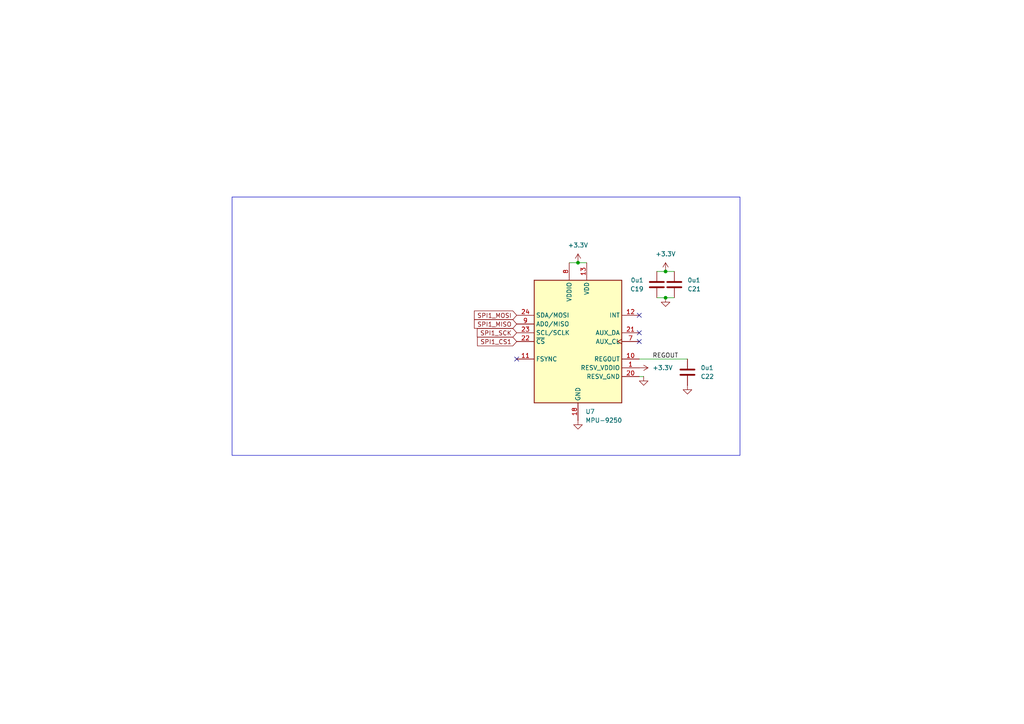
<source format=kicad_sch>
(kicad_sch (version 20250114) (generator "eeschema") (generator_version "9.0")
  (paper "A4")
  (lib_symbols
    (symbol "Device:C" (pin_numbers (hide yes)) (pin_names (offset 0.254))
      (property "Reference" "C" (at 0.635 2.54 0))
      (property "Value" "C" (at 0.635 -2.54 0))
      (symbol "C_0_1"
        (polyline (pts (xy -2.032 0.762) (xy 2.032 0.762)) (stroke (width 0.508)))
        (polyline (pts (xy -2.032 -0.762) (xy 2.032 -0.762)) (stroke (width 0.508)))
      )
      (symbol "C_1_1"
        (pin passive line (at 0 3.81 270) (length 2.794) (name "~") (number "1"))
        (pin passive line (at 0 -3.81 90) (length 2.794) (name "~") (number "2"))
      )
    )
    (symbol "Sensor_Motion:MPU-9250"
      (property "Reference" "U" (at -11.43 19.05 0))
      (property "Value" "MPU-9250" (at 7.62 -19.05 0))
      (symbol "MPU-9250_0_1"
        (rectangle (start -12.7 17.78) (end 12.7 -17.78) (stroke (width 0.254)) (fill (type background)))
      )
      (symbol "MPU-9250_1_1"
        (pin bidirectional line (at -17.78 7.62 0) (length 5.08) (name "SDA/MOSI") (number "24"))
        (pin bidirectional line (at -17.78 5.08 0) (length 5.08) (name "AD0/MISO") (number "9"))
        (pin input line (at -17.78 2.54 0) (length 5.08) (name "SCL/SCLK") (number "23"))
        (pin input line (at -17.78 0 0) (length 5.08) (name "~{CS}") (number "22"))
        (pin input line (at -17.78 -5.08 0) (length 5.08) (name "FSYNC") (number "11"))
        (pin power_in line (at -2.54 22.86 270) (length 5.08) (name "VDDIO") (number "8"))
        (pin power_in line (at 0 -22.86 90) (length 5.08) (name "GND") (number "18"))
        (pin power_in line (at 2.54 22.86 270) (length 5.08) (name "VDD") (number "13"))
        (pin output line (at 17.78 7.62 180) (length 5.08) (name "INT") (number "12"))
        (pin bidirectional line (at 17.78 2.54 180) (length 5.08) (name "AUX_DA") (number "21"))
        (pin output clock (at 17.78 0 180) (length 5.08) (name "AUX_CL") (number "7"))
        (pin passive line (at 17.78 -5.08 180) (length 5.08) (name "REGOUT") (number "10"))
        (pin input line (at 17.78 -7.62 180) (length 5.08) (name "RESV_VDDIO") (number "1"))
        (pin power_in line (at 17.78 -10.16 180) (length 5.08) (name "RESV_GND") (number "20"))
      )
    )
    (symbol "power:+3.3V" (power) (pin_numbers (hide yes)) (pin_names (offset 0) (hide yes))
      (property "Value" "+3.3V" (at 0 3.556 0))
      (symbol "+3.3V_0_1"
        (polyline (pts (xy -0.762 1.27) (xy 0 2.54)))
        (polyline (pts (xy 0 2.54) (xy 0.762 1.27)))
        (polyline (pts (xy 0 0) (xy 0 2.54)))
      )
      (symbol "+3.3V_1_1"
        (pin power_in line (at 0 0 90) (length 0) (name "~") (number "1"))
      )
    )
    (symbol "power:GND" (power) (pin_numbers (hide yes)) (pin_names (offset 0) (hide yes))
      (property "Value" "GND" (at 0 -3.81 0))
      (symbol "GND_0_1"
        (polyline (pts (xy 0 0) (xy 0 -1.27) (xy 1.27 -1.27) (xy 0 -2.54) (xy -1.27 -1.27) (xy 0 -1.27)))
      )
      (symbol "GND_1_1"
        (pin power_in line (at 0 0 270) (length 0) (name "~") (number "1"))
      )
    )
  )
  (rectangle (start 67.31 57.15) (end 214.63 132.08))
  (junction (at 167.64 76.2))
  (junction (at 193.04 78.74))
  (junction (at 193.04 86.36))
  (no_connect (at 149.86 104.14))
  (no_connect (at 185.42 96.52))
  (no_connect (at 185.42 99.06))
  (no_connect (at 185.42 91.44))
  (wire (pts (xy 190.5 86.36) (xy 193.04 86.36)))
  (wire (pts (xy 190.5 78.74) (xy 193.04 78.74)))
  (wire (pts (xy 185.42 104.14) (xy 199.39 104.14)))
  (wire (pts (xy 165.1 76.2) (xy 167.64 76.2)))
  (wire (pts (xy 186.69 109.22) (xy 185.42 109.22)))
  (wire (pts (xy 193.04 78.74) (xy 195.58 78.74)))
  (wire (pts (xy 193.04 86.36) (xy 195.58 86.36)))
  (wire (pts (xy 167.64 76.2) (xy 170.18 76.2)))
  (label "REGOUT" (at 189.23 104.14 0))
  (global_label "SPI1_MISO" (shape input) (at 149.86 93.98 180) (property "Intersheetrefs" "${INTERSHEET_REFS}" (effects (hide yes))))
  (global_label "SPI1_SCK" (shape input) (at 149.86 96.52 180) (property "Intersheetrefs" "${INTERSHEET_REFS}" (effects (hide yes))))
  (global_label "SPI1_MOSI" (shape input) (at 149.86 91.44 180) (property "Intersheetrefs" "${INTERSHEET_REFS}" (effects (hide yes))))
  (global_label "SPI1_CS1" (shape input) (at 149.86 99.06 180) (property "Intersheetrefs" "${INTERSHEET_REFS}" (effects (hide yes))))
  (symbol (lib_id "Device:C") (at 195.58 82.55 0) (mirror x) (unit 1)
    (property "Reference" "C21" (at 199.39 83.8201 0) (effects (justify left)))
    (property "Value" "0u1" (at 199.39 81.2801 0) (effects (justify left)))
    (property "Footprint" "Capacitor_SMD:C_0402_1005Metric" (effects (hide yes)))
    (property "Description" "Unpolarized capacitor" (effects (hide yes)))
  )
  (symbol (lib_id "power:+3.3V") (at 167.64 76.2 0) (unit 1)
    (property "Reference" "#PWR029" (effects (hide yes)))
    (property "Value" "+3.3V" (at 167.64 71.12 0))
    (property "Description" "Power symbol creates a global label with name \"+3.3V\"" (effects (hide yes)))
  )
  (symbol (lib_id "power:+3.3V") (at 185.42 106.68 270) (unit 1)
    (property "Reference" "#PWR033" (effects (hide yes)))
    (property "Value" "+3.3V" (at 189.23 106.6799 90) (effects (justify left)))
    (property "Description" "Power symbol creates a global label with name \"+3.3V\"" (effects (hide yes)))
  )
  (symbol (lib_id "power:GND") (at 167.64 121.92 0) (unit 1)
    (property "Reference" "#PWR030" (effects (hide yes)))
    (property "Value" "GND" (effects (hide yes)))
    (property "Description" "Power symbol creates a global label with name \"GND\" , ground" (effects (hide yes)))
  )
  (symbol (lib_id "power:GND") (at 186.69 109.22 0) (unit 1)
    (property "Reference" "#PWR034" (effects (hide yes)))
    (property "Value" "GND" (effects (hide yes)))
    (property "Description" "Power symbol creates a global label with name \"GND\" , ground" (effects (hide yes)))
  )
  (symbol (lib_id "power:+3.3V") (at 193.04 78.74 0) (unit 1)
    (property "Reference" "#PWR037" (effects (hide yes)))
    (property "Value" "+3.3V" (at 193.04 73.66 0))
    (property "Description" "Power symbol creates a global label with name \"+3.3V\"" (effects (hide yes)))
  )
  (symbol (lib_id "Device:C") (at 190.5 82.55 180) (unit 1)
    (property "Reference" "C19" (at 186.69 83.8201 0) (effects (justify left)))
    (property "Value" "0u1" (at 186.69 81.2801 0) (effects (justify left)))
    (property "Footprint" "Capacitor_SMD:C_0402_1005Metric" (effects (hide yes)))
    (property "Description" "Unpolarized capacitor" (effects (hide yes)))
  )
  (symbol (lib_id "Device:C") (at 199.39 107.95 0) (mirror x) (unit 1)
    (property "Reference" "C22" (at 203.2 109.2201 0) (effects (justify left)))
    (property "Value" "0u1" (at 203.2 106.6801 0) (effects (justify left)))
    (property "Footprint" "Capacitor_SMD:C_0402_1005Metric" (effects (hide yes)))
    (property "Description" "Unpolarized capacitor" (effects (hide yes)))
  )
  (symbol (lib_id "power:GND") (at 193.04 86.36 0) (unit 1)
    (property "Reference" "#PWR038" (effects (hide yes)))
    (property "Value" "GND" (effects (hide yes)))
    (property "Description" "Power symbol creates a global label with name \"GND\" , ground" (effects (hide yes)))
  )
  (symbol (lib_id "power:GND") (at 199.39 111.76 0) (unit 1)
    (property "Reference" "#PWR039" (effects (hide yes)))
    (property "Value" "GND" (effects (hide yes)))
    (property "Description" "Power symbol creates a global label with name \"GND\" , ground" (effects (hide yes)))
  )
  (symbol (lib_id "Sensor_Motion:MPU-9250") (at 167.64 99.06 0) (unit 1)
    (property "Reference" "U7" (at 169.7833 119.38 0) (effects (justify left)))
    (property "Value" "MPU-9250" (at 169.7833 121.92 0) (effects (justify left)))
    (property "Footprint" "Sensor_Motion:InvenSense_QFN-24_3x3mm_P0.4mm" (effects (hide yes)))
    (property "Datasheet" "https://invensense.tdk.com/wp-content/uploads/2015/02/PS-MPU-9250A-01-v1.1.pdf" (effects (hide yes)))
    (property "Description" "InvenSense 9-Axis Motion Sensor, Accelerometer, Gyroscope, Compass, I2C/SPI" (effects (hide yes)))
  )
)
</source>
